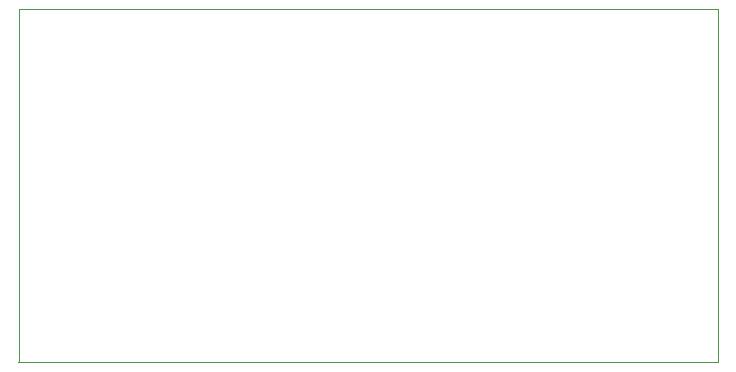
<source format=gko>
G04*
G04 #@! TF.GenerationSoftware,Altium Limited,Altium Designer,25.2.1 (25)*
G04*
G04 Layer_Color=16711935*
%FSLAX44Y44*%
%MOMM*%
G71*
G04*
G04 #@! TF.SameCoordinates,08FEDEBF-EFD6-4BB9-9F50-9E33F9D93CBE*
G04*
G04*
G04 #@! TF.FilePolarity,Positive*
G04*
G01*
G75*
%ADD11C,0.1250*%
D11*
X0Y0D02*
Y298704D01*
X592142D01*
X-222Y-254D02*
X591888D01*
X592142Y0D02*
Y298704D01*
M02*

</source>
